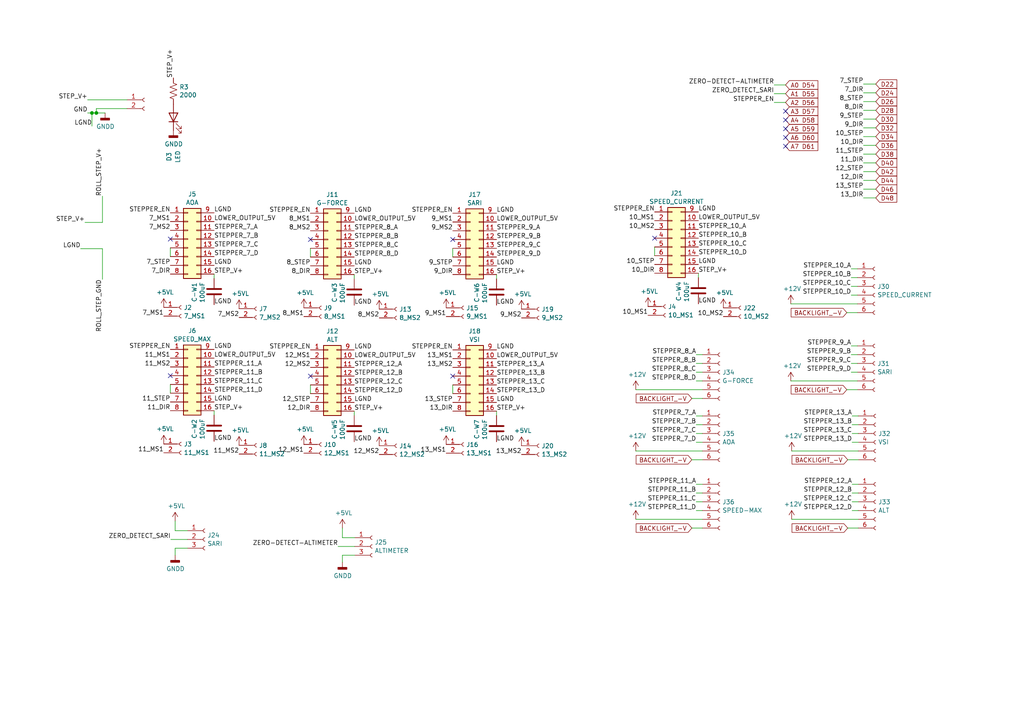
<source format=kicad_sch>
(kicad_sch (version 20231120) (generator "eeschema") (generator_version "8.0")
  (paper "A4")
  (lib_symbols
    (symbol "Conn_02x08_Top_Bottom_1" (pin_names (offset 1.016) hide)
      (property "Reference" "J" (at 1.27 10.16 0))
      (property "Value" "Conn_02x08_Top_Bottom_1" (at 1.27 -12.7 0))
      (symbol "Conn_02x08_Top_Bottom_1_1_1"
        (rectangle (start -1.27 -10.033) (end 0 -10.287) (stroke (width 0.1524)))
        (rectangle (start -1.27 -7.493) (end 0 -7.747) (stroke (width 0.1524)))
        (rectangle (start -1.27 -4.953) (end 0 -5.207) (stroke (width 0.1524)))
        (rectangle (start -1.27 -2.413) (end 0 -2.667) (stroke (width 0.1524)))
        (rectangle (start -1.27 0.127) (end 0 -0.127) (stroke (width 0.1524)))
        (rectangle (start -1.27 2.667) (end 0 2.413) (stroke (width 0.1524)))
        (rectangle (start -1.27 5.207) (end 0 4.953) (stroke (width 0.1524)))
        (rectangle (start -1.27 7.747) (end 0 7.493) (stroke (width 0.1524)))
        (rectangle (start -1.27 8.89) (end 3.81 -11.43) (stroke (width 0.254)) (fill (type background)))
        (rectangle (start 3.81 -10.033) (end 2.54 -10.287) (stroke (width 0.1524)))
        (rectangle (start 3.81 -7.493) (end 2.54 -7.747) (stroke (width 0.1524)))
        (rectangle (start 3.81 -4.953) (end 2.54 -5.207) (stroke (width 0.1524)))
        (rectangle (start 3.81 -2.413) (end 2.54 -2.667) (stroke (width 0.1524)))
        (rectangle (start 3.81 0.127) (end 2.54 -0.127) (stroke (width 0.1524)))
        (rectangle (start 3.81 2.667) (end 2.54 2.413) (stroke (width 0.1524)))
        (rectangle (start 3.81 5.207) (end 2.54 4.953) (stroke (width 0.1524)))
        (rectangle (start 3.81 7.747) (end 2.54 7.493) (stroke (width 0.1524)))
        (pin passive line (at -5.08 7.62 0) (length 3.81) (name "Pin_1") (number "1"))
        (pin passive line (at 7.62 5.08 180) (length 3.81) (name "Pin_10") (number "10"))
        (pin passive line (at 7.62 2.54 180) (length 3.81) (name "Pin_11") (number "11"))
        (pin passive line (at 7.62 0 180) (length 3.81) (name "Pin_12") (number "12"))
        (pin passive line (at 7.62 -2.54 180) (length 3.81) (name "Pin_13") (number "13"))
        (pin passive line (at 7.62 -5.08 180) (length 3.81) (name "Pin_14") (number "14"))
        (pin passive line (at 7.62 -7.62 180) (length 3.81) (name "Pin_15") (number "15"))
        (pin passive line (at 7.62 -10.16 180) (length 3.81) (name "Pin_16") (number "16"))
        (pin passive line (at -5.08 5.08 0) (length 3.81) (name "Pin_2") (number "2"))
        (pin passive line (at -5.08 2.54 0) (length 3.81) (name "Pin_3") (number "3"))
        (pin passive line (at -5.08 0 0) (length 3.81) (name "Pin_4") (number "4"))
        (pin passive line (at -5.08 -2.54 0) (length 3.81) (name "Pin_5") (number "5"))
        (pin passive line (at -5.08 -5.08 0) (length 3.81) (name "Pin_6") (number "6"))
        (pin passive line (at -5.08 -7.62 0) (length 3.81) (name "Pin_7") (number "7"))
        (pin passive line (at -5.08 -10.16 0) (length 3.81) (name "Pin_8") (number "8"))
        (pin passive line (at 7.62 7.62 180) (length 3.81) (name "Pin_9") (number "9"))
      )
    )
    (symbol "Connector:Conn_01x02_Female" (pin_names (offset 1.016) hide)
      (property "Reference" "J" (at 0 2.54 0))
      (property "Value" "Conn_01x02_Female" (at 0 -5.08 0))
      (symbol "Conn_01x02_Female_1_1"
        (arc (start 0 -2.032) (mid -0.5058 -2.54) (end 0 -3.048) (stroke (width 0.1524)))
        (polyline (pts (xy -1.27 -2.54) (xy -0.508 -2.54)) (stroke (width 0.1524)))
        (polyline (pts (xy -1.27 0) (xy -0.508 0)) (stroke (width 0.1524)))
        (arc (start 0 0.508) (mid -0.5058 0) (end 0 -0.508) (stroke (width 0.1524)))
        (pin passive line (at -5.08 0 0) (length 3.81) (name "Pin_1") (number "1"))
        (pin passive line (at -5.08 -2.54 0) (length 3.81) (name "Pin_2") (number "2"))
      )
    )
    (symbol "Connector:Conn_01x02_Socket" (pin_names (offset 1.016) hide)
      (property "Reference" "J" (at 0 2.54 0))
      (property "Value" "Conn_01x02_Socket" (at 0 -5.08 0))
      (symbol "Conn_01x02_Socket_1_1"
        (arc (start 0 -2.032) (mid -0.5058 -2.54) (end 0 -3.048) (stroke (width 0.1524)))
        (polyline (pts (xy -1.27 -2.54) (xy -0.508 -2.54)) (stroke (width 0.1524)))
        (polyline (pts (xy -1.27 0) (xy -0.508 0)) (stroke (width 0.1524)))
        (arc (start 0 0.508) (mid -0.5058 0) (end 0 -0.508) (stroke (width 0.1524)))
        (pin passive line (at -5.08 0 0) (length 3.81) (name "Pin_1") (number "1"))
        (pin passive line (at -5.08 -2.54 0) (length 3.81) (name "Pin_2") (number "2"))
      )
    )
    (symbol "Connector:Conn_01x03_Socket" (pin_names (offset 1.016) hide)
      (property "Reference" "J" (at 0 5.08 0))
      (property "Value" "Conn_01x03_Socket" (at 0 -5.08 0))
      (symbol "Conn_01x03_Socket_1_1"
        (arc (start 0 -2.032) (mid -0.5058 -2.54) (end 0 -3.048) (stroke (width 0.1524)))
        (polyline (pts (xy -1.27 -2.54) (xy -0.508 -2.54)) (stroke (width 0.1524)))
        (polyline (pts (xy -1.27 0) (xy -0.508 0)) (stroke (width 0.1524)))
        (polyline (pts (xy -1.27 2.54) (xy -0.508 2.54)) (stroke (width 0.1524)))
        (arc (start 0 0.508) (mid -0.5058 0) (end 0 -0.508) (stroke (width 0.1524)))
        (arc (start 0 3.048) (mid -0.5058 2.54) (end 0 2.032) (stroke (width 0.1524)))
        (pin passive line (at -5.08 2.54 0) (length 3.81) (name "Pin_1") (number "1"))
        (pin passive line (at -5.08 0 0) (length 3.81) (name "Pin_2") (number "2"))
        (pin passive line (at -5.08 -2.54 0) (length 3.81) (name "Pin_3") (number "3"))
      )
    )
    (symbol "Connector:Conn_01x06_Socket" (pin_names (offset 1.016) hide)
      (property "Reference" "J" (at 0 7.62 0))
      (property "Value" "Conn_01x06_Socket" (at 0 -10.16 0))
      (symbol "Conn_01x06_Socket_1_1"
        (arc (start 0 -7.112) (mid -0.5058 -7.62) (end 0 -8.128) (stroke (width 0.1524)))
        (arc (start 0 -4.572) (mid -0.5058 -5.08) (end 0 -5.588) (stroke (width 0.1524)))
        (arc (start 0 -2.032) (mid -0.5058 -2.54) (end 0 -3.048) (stroke (width 0.1524)))
        (polyline (pts (xy -1.27 -7.62) (xy -0.508 -7.62)) (stroke (width 0.1524)))
        (polyline (pts (xy -1.27 -5.08) (xy -0.508 -5.08)) (stroke (width 0.1524)))
        (polyline (pts (xy -1.27 -2.54) (xy -0.508 -2.54)) (stroke (width 0.1524)))
        (polyline (pts (xy -1.27 0) (xy -0.508 0)) (stroke (width 0.1524)))
        (polyline (pts (xy -1.27 2.54) (xy -0.508 2.54)) (stroke (width 0.1524)))
        (polyline (pts (xy -1.27 5.08) (xy -0.508 5.08)) (stroke (width 0.1524)))
        (arc (start 0 0.508) (mid -0.5058 0) (end 0 -0.508) (stroke (width 0.1524)))
        (arc (start 0 3.048) (mid -0.5058 2.54) (end 0 2.032) (stroke (width 0.1524)))
        (arc (start 0 5.588) (mid -0.5058 5.08) (end 0 4.572) (stroke (width 0.1524)))
        (pin passive line (at -5.08 5.08 0) (length 3.81) (name "Pin_1") (number "1"))
        (pin passive line (at -5.08 2.54 0) (length 3.81) (name "Pin_2") (number "2"))
        (pin passive line (at -5.08 0 0) (length 3.81) (name "Pin_3") (number "3"))
        (pin passive line (at -5.08 -2.54 0) (length 3.81) (name "Pin_4") (number "4"))
        (pin passive line (at -5.08 -5.08 0) (length 3.81) (name "Pin_5") (number "5"))
        (pin passive line (at -5.08 -7.62 0) (length 3.81) (name "Pin_6") (number "6"))
      )
    )
    (symbol "Device:C" (pin_numbers hide) (pin_names (offset 0.254))
      (property "Reference" "C" (at 0.635 2.54 0))
      (property "Value" "C" (at 0.635 -2.54 0))
      (symbol "C_0_1"
        (polyline (pts (xy -2.032 -0.762) (xy 2.032 -0.762)) (stroke (width 0.508)))
        (polyline (pts (xy -2.032 0.762) (xy 2.032 0.762)) (stroke (width 0.508)))
      )
      (symbol "C_1_1"
        (pin passive line (at 0 3.81 270) (length 2.794) (name "~") (number "1"))
        (pin passive line (at 0 -3.81 90) (length 2.794) (name "~") (number "2"))
      )
    )
    (symbol "Device:LED" (pin_numbers hide) (pin_names (offset 1.016) hide)
      (property "Reference" "D" (at 0 2.54 0))
      (property "Value" "LED" (at 0 -2.54 0))
      (symbol "LED_0_1"
        (polyline (pts (xy -1.27 -1.27) (xy -1.27 1.27)) (stroke (width 0.254)))
        (polyline (pts (xy -1.27 0) (xy 1.27 0)))
        (polyline (pts (xy 1.27 -1.27) (xy 1.27 1.27) (xy -1.27 0) (xy 1.27 -1.27)) (stroke (width 0.254)))
        (polyline (pts (xy -3.048 -0.762) (xy -4.572 -2.286) (xy -3.81 -2.286) (xy -4.572 -2.286) (xy -4.572 -1.524)))
        (polyline (pts (xy -1.778 -0.762) (xy -3.302 -2.286) (xy -2.54 -2.286) (xy -3.302 -2.286) (xy -3.302 -1.524)))
      )
      (symbol "LED_1_1"
        (pin passive line (at -3.81 0 0) (length 2.54) (name "K") (number "1"))
        (pin passive line (at 3.81 0 180) (length 2.54) (name "A") (number "2"))
      )
    )
    (symbol "Device:R_US" (pin_numbers hide) (pin_names (offset 0))
      (property "Reference" "R" (at 2.54 0 90))
      (property "Value" "R_US" (at -2.54 0 90))
      (symbol "R_US_0_1"
        (polyline (pts (xy 0 -2.286) (xy 0 -2.54)))
        (polyline (pts (xy 0 2.286) (xy 0 2.54)))
        (polyline (pts (xy 0 -0.762) (xy 1.016 -1.143) (xy 0 -1.524) (xy -1.016 -1.905) (xy 0 -2.286)))
        (polyline (pts (xy 0 0.762) (xy 1.016 0.381) (xy 0 0) (xy -1.016 -0.381) (xy 0 -0.762)))
        (polyline (pts (xy 0 2.286) (xy 1.016 1.905) (xy 0 1.524) (xy -1.016 1.143) (xy 0 0.762)))
      )
      (symbol "R_US_1_1"
        (pin passive line (at 0 3.81 270) (length 1.27) (name "~") (number "1"))
        (pin passive line (at 0 -3.81 90) (length 1.27) (name "~") (number "2"))
      )
    )
    (symbol "power:+12V" (power) (pin_names (offset 0))
      (property "Value" "+12V" (at 0 3.556 0))
      (symbol "+12V_0_1"
        (polyline (pts (xy -0.762 1.27) (xy 0 2.54)))
        (polyline (pts (xy 0 0) (xy 0 2.54)))
        (polyline (pts (xy 0 2.54) (xy 0.762 1.27)))
      )
      (symbol "+12V_1_1"
        (pin power_in line (at 0 0 90) (length 0) hide (name "+12V") (number "1"))
      )
    )
    (symbol "power:+5VL" (power) (pin_names (offset 0))
      (property "Value" "+5VL" (at 0 3.556 0))
      (symbol "+5VL_0_1"
        (polyline (pts (xy -0.762 1.27) (xy 0 2.54)))
        (polyline (pts (xy 0 0) (xy 0 2.54)))
        (polyline (pts (xy 0 2.54) (xy 0.762 1.27)))
      )
      (symbol "+5VL_1_1"
        (pin power_in line (at 0 0 90) (length 0) hide (name "+5VL") (number "1"))
      )
    )
    (symbol "power:GNDD" (power) (pin_names (offset 0))
      (property "Value" "GNDD" (at 0 -3.175 0))
      (symbol "GNDD_0_1"
        (rectangle (start -1.27 -1.524) (end 1.27 -2.032) (stroke (width 0.254)) (fill (type outline)))
        (polyline (pts (xy 0 0) (xy 0 -1.524)))
      )
      (symbol "GNDD_1_1"
        (pin power_in line (at 0 0 270) (length 0) hide (name "GNDD") (number "1"))
      )
    )
  )
  (junction (at 27.94 32.766))
  (junction (at 26.67 32.766))
  (no_connect (at 131.318 69.469))
  (no_connect (at 49.403 69.342))
  (no_connect (at 227.838 34.798))
  (no_connect (at 227.838 32.258))
  (no_connect (at 90.043 109.093))
  (no_connect (at 227.838 39.878))
  (no_connect (at 90.043 69.469))
  (no_connect (at 227.838 42.418))
  (no_connect (at 49.403 108.966))
  (no_connect (at 189.865 69.088))
  (no_connect (at 227.838 37.338))
  (no_connect (at 131.318 109.093))
  (wire (pts (xy 50.8 153.924) (xy 54.356 153.924)))
  (wire (pts (xy 250.444 34.544) (xy 254 34.544)))
  (wire (pts (xy 250.444 29.464) (xy 254 29.464)))
  (wire (pts (xy 99.314 153.162) (xy 99.314 155.956)))
  (wire (pts (xy 25.4 32.766) (xy 26.67 32.766)))
  (wire (pts (xy 90.043 72.009) (xy 90.043 74.549)))
  (wire (pts (xy 247.142 143.002) (xy 248.92 143.002)))
  (wire (pts (xy 201.93 128.27) (xy 203.708 128.27)))
  (wire (pts (xy 49.403 71.882) (xy 49.403 74.422)))
  (wire (pts (xy 200.66 115.57) (xy 203.708 115.57)))
  (wire (pts (xy 144.018 119.253) (xy 144.018 120.523)))
  (wire (pts (xy 201.93 123.19) (xy 203.708 123.19)))
  (wire (pts (xy 200.66 153.162) (xy 203.708 153.162)))
  (wire (pts (xy 229.616 130.81) (xy 248.92 130.81)))
  (wire (pts (xy 200.66 133.35) (xy 203.708 133.35)))
  (wire (pts (xy 102.87 161.036) (xy 99.314 161.036)))
  (wire (pts (xy 246.888 107.95) (xy 248.666 107.95)))
  (wire (pts (xy 202.565 79.248) (xy 202.565 80.518)))
  (wire (pts (xy 229.616 150.622) (xy 248.92 150.622)))
  (wire (pts (xy 246.888 100.33) (xy 248.666 100.33)))
  (wire (pts (xy 247.142 148.082) (xy 248.92 148.082)))
  (wire (pts (xy 245.618 113.03) (xy 248.666 113.03)))
  (wire (pts (xy 90.043 111.633) (xy 90.043 114.173)))
  (wire (pts (xy 224.536 27.178) (xy 227.838 27.178)))
  (wire (pts (xy 99.314 155.956) (xy 102.87 155.956)))
  (wire (pts (xy 247.142 123.19) (xy 248.92 123.19)))
  (wire (pts (xy 224.536 29.718) (xy 227.838 29.718)))
  (wire (pts (xy 36.83 31.496) (xy 27.94 31.496)))
  (wire (pts (xy 24.638 64.516) (xy 29.718 64.516)))
  (wire (pts (xy 246.888 83.058) (xy 248.666 83.058)))
  (wire (pts (xy 250.444 42.164) (xy 254 42.164)))
  (wire (pts (xy 54.356 159.004) (xy 50.8 159.004)))
  (wire (pts (xy 50.8 151.13) (xy 50.8 153.924)))
  (wire (pts (xy 201.93 107.95) (xy 203.708 107.95)))
  (wire (pts (xy 50.8 159.004) (xy 50.8 161.036)))
  (wire (pts (xy 201.93 143.002) (xy 203.708 143.002)))
  (wire (pts (xy 201.93 125.73) (xy 203.708 125.73)))
  (wire (pts (xy 102.743 79.629) (xy 102.743 80.899)))
  (wire (pts (xy 247.142 128.27) (xy 248.92 128.27)))
  (wire (pts (xy 29.718 56.896) (xy 29.718 64.516)))
  (wire (pts (xy 250.444 24.384) (xy 254 24.384)))
  (wire (pts (xy 247.142 140.462) (xy 248.92 140.462)))
  (wire (pts (xy 201.93 148.082) (xy 203.708 148.082)))
  (wire (pts (xy 131.318 111.633) (xy 131.318 114.173)))
  (wire (pts (xy 26.67 32.766) (xy 26.67 36.576)))
  (wire (pts (xy 246.888 102.87) (xy 248.666 102.87)))
  (wire (pts (xy 247.142 125.73) (xy 248.92 125.73)))
  (wire (pts (xy 250.444 37.084) (xy 254 37.084)))
  (wire (pts (xy 245.872 133.35) (xy 248.92 133.35)))
  (wire (pts (xy 250.444 47.244) (xy 254 47.244)))
  (wire (pts (xy 247.142 120.65) (xy 248.92 120.65)))
  (wire (pts (xy 250.444 44.704) (xy 254 44.704)))
  (wire (pts (xy 245.872 153.162) (xy 248.92 153.162)))
  (wire (pts (xy 246.888 80.518) (xy 248.666 80.518)))
  (wire (pts (xy 49.403 111.506) (xy 49.403 114.046)))
  (wire (pts (xy 250.444 49.784) (xy 254 49.784)))
  (wire (pts (xy 62.103 119.126) (xy 62.103 120.396)))
  (wire (pts (xy 247.142 145.542) (xy 248.92 145.542)))
  (wire (pts (xy 102.743 119.253) (xy 102.743 120.523)))
  (wire (pts (xy 99.314 161.036) (xy 99.314 163.068)))
  (wire (pts (xy 246.888 85.598) (xy 248.666 85.598)))
  (wire (pts (xy 250.444 52.324) (xy 254 52.324)))
  (wire (pts (xy 23.368 72.136) (xy 29.718 72.136)))
  (wire (pts (xy 201.93 105.41) (xy 203.708 105.41)))
  (wire (pts (xy 201.93 102.87) (xy 203.708 102.87)))
  (wire (pts (xy 250.444 39.624) (xy 254 39.624)))
  (wire (pts (xy 229.362 110.49) (xy 248.666 110.49)))
  (wire (pts (xy 246.888 105.41) (xy 248.666 105.41)))
  (wire (pts (xy 27.94 31.496) (xy 27.94 32.766)))
  (wire (pts (xy 224.536 24.638) (xy 227.838 24.638)))
  (wire (pts (xy 250.444 26.924) (xy 254 26.924)))
  (wire (pts (xy 49.53 156.464) (xy 54.356 156.464)))
  (wire (pts (xy 201.93 145.542) (xy 203.708 145.542)))
  (wire (pts (xy 131.318 72.009) (xy 131.318 74.549)))
  (wire (pts (xy 250.444 32.004) (xy 254 32.004)))
  (wire (pts (xy 184.404 130.81) (xy 203.708 130.81)))
  (wire (pts (xy 184.404 113.03) (xy 203.708 113.03)))
  (wire (pts (xy 250.444 57.404) (xy 254 57.404)))
  (wire (pts (xy 246.888 77.978) (xy 248.666 77.978)))
  (wire (pts (xy 144.018 79.629) (xy 144.018 80.899)))
  (wire (pts (xy 250.444 54.864) (xy 254 54.864)))
  (wire (pts (xy 201.93 120.65) (xy 203.708 120.65)))
  (wire (pts (xy 26.67 32.766) (xy 27.94 32.766)))
  (wire (pts (xy 201.93 140.462) (xy 203.708 140.462)))
  (wire (pts (xy 201.93 110.49) (xy 203.708 110.49)))
  (wire (pts (xy 98.044 158.496) (xy 102.87 158.496)))
  (wire (pts (xy 29.718 81.026) (xy 29.718 72.136)))
  (wire (pts (xy 245.618 90.678) (xy 248.666 90.678)))
  (wire (pts (xy 184.404 150.622) (xy 203.708 150.622)))
  (wire (pts (xy 27.94 32.766) (xy 30.48 32.766)))
  (wire (pts (xy 229.362 88.138) (xy 248.666 88.138)))
  (wire (pts (xy 189.865 71.628) (xy 189.865 74.168)))
  (wire (pts (xy 25.4 28.956) (xy 36.83 28.956)))
  (wire (pts (xy 62.103 79.502) (xy 62.103 80.772)))
  (label "STEPPER_EN" (at 189.865 61.468 180))
  (label "9_MS2" (at 131.318 66.929 180))
  (label "10_STEP" (at 250.444 39.624 180))
  (label "STEP_V+" (at 50.292 22.606 90))
  (label "STEPPER_9_D" (at 246.888 107.95 180))
  (label "STEPPER_7_A" (at 201.93 120.65 180))
  (label "7_MS2" (at 69.342 92.075 180))
  (label "7_STEP" (at 250.444 24.384 180))
  (label "8_MS2" (at 90.043 66.929 180))
  (label "8_DIR" (at 250.444 32.004 180))
  (label "STEPPER_13_A" (at 144.018 106.553 0))
  (label "12_DIR" (at 250.444 52.324 180))
  (label "STEPPER_7_D" (at 201.93 128.27 180))
  (label "13_DIR" (at 131.318 119.253 180))
  (label "11_DIR" (at 250.444 47.244 180))
  (label "LGND" (at 62.103 116.586 0))
  (label "LGND" (at 144.018 77.089 0))
  (label "STEPPER_7_B" (at 201.93 123.19 180))
  (label "LGND" (at 62.103 61.722 0))
  (label "12_MS1" (at 90.043 104.013 180))
  (label "STEPPER_11_A" (at 62.103 106.426 0))
  (label "LGND" (at 26.67 36.576 180))
  (label "8_MS1" (at 88.138 91.821 180))
  (label "STEPPER_9_A" (at 144.018 66.929 0))
  (label "STEPPER_11_A" (at 201.93 140.462 180))
  (label "LOWER_OUTPUT_5V" (at 102.743 104.013 0))
  (label "13_MS1" (at 131.318 104.013 180))
  (label "STEPPER_9_A" (at 246.888 100.33 180))
  (label "7_MS1" (at 47.498 91.694 180))
  (label "STEPPER_8_C" (at 201.93 107.95 180))
  (label "11_MS2" (at 49.403 106.426 180))
  (label "STEP_V+" (at 62.103 119.126 0))
  (label "STEPPER_8_C" (at 102.743 72.009 0))
  (label "7_DIR" (at 49.403 79.502 180))
  (label "STEPPER_12_D" (at 102.743 114.173 0))
  (label "STEPPER_12_C" (at 102.743 111.633 0))
  (label "LGND" (at 202.565 76.708 0))
  (label "7_STEP" (at 49.403 76.962 180))
  (label "11_DIR" (at 49.403 119.126 180))
  (label "STEPPER_8_B" (at 201.93 105.41 180))
  (label "LGND" (at 202.565 61.468 0))
  (label "LGND" (at 144.018 101.473 0))
  (label "STEPPER_8_A" (at 201.93 102.87 180))
  (label "STEP_V+" (at 25.4 28.956 180))
  (label "STEPPER_8_D" (at 102.743 74.549 0))
  (label "STEPPER_12_D" (at 247.142 148.082 180))
  (label "9_STEP" (at 250.444 34.544 180))
  (label "STEPPER_10_B" (at 246.888 80.518 180))
  (label "LOWER_OUTPUT_5V" (at 62.103 103.886 0))
  (label "LGND" (at 102.743 116.713 0))
  (label "STEPPER_9_C" (at 246.888 105.41 180))
  (label "13_STEP" (at 250.444 54.864 180))
  (label "13_MS2" (at 131.318 106.553 180))
  (label "8_DIR" (at 90.043 79.629 180))
  (label "11_STEP" (at 250.444 44.704 180))
  (label "8_MS1" (at 90.043 64.389 180))
  (label "STEPPER_10_D" (at 202.565 74.168 0))
  (label "LGND" (at 144.018 128.143 0))
  (label "STEPPER_11_C" (at 201.93 145.542 180))
  (label "LGND" (at 102.743 88.519 0))
  (label "7_DIR" (at 250.444 26.924 180))
  (label "LOWER_OUTPUT_5V" (at 62.103 64.262 0))
  (label "13_DIR" (at 250.444 57.404 180))
  (label "STEP_V+" (at 202.565 79.248 0))
  (label "STEPPER_9_D" (at 144.018 74.549 0))
  (label "LOWER_OUTPUT_5V" (at 102.743 64.389 0))
  (label "STEPPER_7_C" (at 201.93 125.73 180))
  (label "STEP_V+" (at 102.743 79.629 0))
  (label "9_MS1" (at 129.413 91.821 180))
  (label "ZERO-DETECT-ALTIMETER" (at 98.044 158.496 180))
  (label "9_MS1" (at 131.318 64.389 180))
  (label "LGND" (at 144.018 116.713 0))
  (label "8_STEP" (at 250.444 29.464 180))
  (label "ROLL_STEP_GND" (at 29.718 81.026 270))
  (label "LGND" (at 62.103 128.016 0))
  (label "STEPPER_11_D" (at 201.93 148.082 180))
  (label "STEPPER_9_C" (at 144.018 72.009 0))
  (label "13_MS2" (at 151.257 131.826 180))
  (label "11_MS2" (at 69.342 131.699 180))
  (label "STEPPER_8_D" (at 201.93 110.49 180))
  (label "STEPPER_10_B" (at 202.565 69.088 0))
  (label "12_MS2" (at 90.043 106.553 180))
  (label "STEPPER_13_A" (at 247.142 120.65 180))
  (label "LGND" (at 102.743 77.089 0))
  (label "STEPPER_EN" (at 49.403 61.722 180))
  (label "LGND" (at 102.743 101.473 0))
  (label "STEPPER_8_A" (at 102.743 66.929 0))
  (label "STEPPER_EN" (at 131.318 101.473 180))
  (label "STEPPER_7_D" (at 62.103 74.422 0))
  (label "STEPPER_13_B" (at 144.018 109.093 0))
  (label "7_MS1" (at 49.403 64.262 180))
  (label "10_MS2" (at 209.804 91.821 180))
  (label "STEPPER_EN" (at 90.043 101.473 180))
  (label "10_STEP" (at 189.865 76.708 180))
  (label "STEPPER_EN" (at 90.043 61.849 180))
  (label "LGND" (at 23.368 72.136 180))
  (label "STEPPER_12_C" (at 247.142 145.542 180))
  (label "STEPPER_7_A" (at 62.103 66.802 0))
  (label "STEPPER_10_A" (at 202.565 66.548 0))
  (label "10_MS1" (at 189.865 64.008 180))
  (label "LOWER_OUTPUT_5V" (at 144.018 64.389 0))
  (label "9_DIR" (at 250.444 37.084 180))
  (label "STEP_V+" (at 24.638 64.516 180))
  (label "LGND" (at 62.103 101.346 0))
  (label "STEPPER_13_C" (at 247.142 125.73 180))
  (label "12_MS2" (at 109.982 131.826 180))
  (label "9_STEP" (at 131.318 77.089 180))
  (label "STEPPER_13_B" (at 247.142 123.19 180))
  (label "STEPPER_11_B" (at 62.103 108.966 0))
  (label "9_DIR" (at 131.318 79.629 180))
  (label "STEPPER_11_C" (at 62.103 111.506 0))
  (label "8_MS2" (at 109.982 92.202 180))
  (label "11_STEP" (at 49.403 116.586 180))
  (label "10_DIR" (at 189.865 79.248 180))
  (label "STEPPER_13_C" (at 144.018 111.633 0))
  (label "10_MS1" (at 187.96 91.44 180))
  (label "STEPPER_10_C" (at 202.565 71.628 0))
  (label "LOWER_OUTPUT_5V" (at 202.565 64.008 0))
  (label "LGND" (at 144.018 61.849 0))
  (label "GND" (at 25.4 32.766 180))
  (label "STEPPER_12_A" (at 247.142 140.462 180))
  (label "13_STEP" (at 131.318 116.713 180))
  (label "12_MS1" (at 88.138 131.445 180))
  (label "STEPPER_EN" (at 224.536 29.718 180))
  (label "STEPPER_9_B" (at 144.018 69.469 0))
  (label "STEPPER_7_C" (at 62.103 71.882 0))
  (label "STEPPER_EN" (at 49.403 101.346 180))
  (label "LOWER_OUTPUT_5V" (at 144.018 104.013 0))
  (label "STEPPER_12_B" (at 247.142 143.002 180))
  (label "ZERO-DETECT-ALTIMETER" (at 224.536 24.638 180))
  (label "STEPPER_12_A" (at 102.743 106.553 0))
  (label "STEPPER_9_B" (at 246.888 102.87 180))
  (label "11_MS1" (at 47.498 131.318 180))
  (label "LGND" (at 102.743 128.143 0))
  (label "STEPPER_10_C" (at 246.888 83.058 180))
  (label "ROLL_STEP_V+" (at 29.718 56.896 90))
  (label "STEPPER_11_D" (at 62.103 114.046 0))
  (label "12_STEP" (at 90.043 116.713 180))
  (label "LGND" (at 202.565 88.138 0))
  (label "LGND" (at 102.743 61.849 0))
  (label "STEPPER_11_B" (at 201.93 143.002 180))
  (label "LGND" (at 144.018 88.519 0))
  (label "STEPPER_10_A" (at 246.888 77.978 180))
  (label "9_MS2" (at 151.257 92.202 180))
  (label "10_MS2" (at 189.865 66.548 180))
  (label "ZERO_DETECT_SARI" (at 49.53 156.464 180))
  (label "12_STEP" (at 250.444 49.784 180))
  (label "8_STEP" (at 90.043 77.089 180))
  (label "STEPPER_8_B" (at 102.743 69.469 0))
  (label "STEP_V+" (at 62.103 79.502 0))
  (label "11_MS1" (at 49.403 103.886 180))
  (label "7_MS2" (at 49.403 66.802 180))
  (label "STEPPER_13_D" (at 247.142 128.27 180))
  (label "STEPPER_12_B" (at 102.743 109.093 0))
  (label "STEP_V+" (at 102.743 119.253 0))
  (label "LGND" (at 62.103 88.392 0))
  (label "STEPPER_13_D" (at 144.018 114.173 0))
  (label "STEP_V+" (at 144.018 79.629 0))
  (label "STEPPER_EN" (at 131.318 61.849 180))
  (label "STEP_V+" (at 144.018 119.253 0))
  (label "STEPPER_7_B" (at 62.103 69.342 0))
  (label "12_DIR" (at 90.043 119.253 180))
  (label "LGND" (at 62.103 76.962 0))
  (label "STEPPER_10_D" (at 246.888 85.598 180))
  (label "13_MS1" (at 129.413 131.445 180))
  (label "ZERO_DETECT_SARI" (at 224.536 27.178 180))
  (label "10_DIR" (at 250.444 42.164 180))
  (global_label "D44" (shape input) (at 254 52.324 0) (property "Intersheetrefs" "${INTERSHEET_REFS}" (effects (hide yes))))
  (global_label "BACKLIGHT_-V" (shape input) (at 245.872 133.35 180) (property "Intersheetrefs" "${INTERSHEET_REFS}" (effects (hide yes))))
  (global_label "A6 D60" (shape input) (at 227.838 39.878 0) (property "Intersheetrefs" "${INTERSHEET_REFS}" (effects (hide yes))))
  (global_label "A4 D58" (shape input) (at 227.838 34.798 0) (property "Intersheetrefs" "${INTERSHEET_REFS}" (effects (hide yes))))
  (global_label "D30" (shape input) (at 254 34.544 0) (property "Intersheetrefs" "${INTERSHEET_REFS}" (effects (hide yes))))
  (global_label "D48" (shape input) (at 254 57.404 0) (property "Intersheetrefs" "${INTERSHEET_REFS}" (effects (hide yes))))
  (global_label "BACKLIGHT_-V" (shape input) (at 245.618 90.678 180) (property "Intersheetrefs" "${INTERSHEET_REFS}" (effects (hide yes))))
  (global_label "BACKLIGHT_-V" (shape input) (at 200.66 115.57 180) (property "Intersheetrefs" "${INTERSHEET_REFS}" (effects (hide yes))))
  (global_label "D38" (shape input) (at 254 44.704 0) (property "Intersheetrefs" "${INTERSHEET_REFS}" (effects (hide yes))))
  (global_label "A5 D59" (shape input) (at 227.838 37.338 0) (property "Intersheetrefs" "${INTERSHEET_REFS}" (effects (hide yes))))
  (global_label "D34" (shape input) (at 254 39.624 0) (property "Intersheetrefs" "${INTERSHEET_REFS}" (effects (hide yes))))
  (global_label "BACKLIGHT_-V" (shape input) (at 200.66 153.162 180) (property "Intersheetrefs" "${INTERSHEET_REFS}" (effects (hide yes))))
  (global_label "A3 D57" (shape input) (at 227.838 32.258 0) (property "Intersheetrefs" "${INTERSHEET_REFS}" (effects (hide yes))))
  (global_label "D42" (shape input) (at 254 49.784 0) (property "Intersheetrefs" "${INTERSHEET_REFS}" (effects (hide yes))))
  (global_label "D32" (shape input) (at 254 37.084 0) (property "Intersheetrefs" "${INTERSHEET_REFS}" (effects (hide yes))))
  (global_label "BACKLIGHT_-V" (shape input) (at 245.872 153.162 180) (property "Intersheetrefs" "${INTERSHEET_REFS}" (effects (hide yes))))
  (global_label "D22" (shape input) (at 254 24.384 0) (property "Intersheetrefs" "${INTERSHEET_REFS}" (effects (hide yes))))
  (global_label "BACKLIGHT_-V" (shape input) (at 245.618 113.03 180) (property "Intersheetrefs" "${INTERSHEET_REFS}" (effects (hide yes))))
  (global_label "A1 D55" (shape input) (at 227.838 27.178 0) (property "Intersheetrefs" "${INTERSHEET_REFS}" (effects (hide yes))))
  (global_label "A2 D56" (shape input) (at 227.838 29.718 0) (property "Intersheetrefs" "${INTERSHEET_REFS}" (effects (hide yes))))
  (global_label "D24" (shape input) (at 254 26.924 0) (property "Intersheetrefs" "${INTERSHEET_REFS}" (effects (hide yes))))
  (global_label "D46" (shape input) (at 254 54.864 0) (property "Intersheetrefs" "${INTERSHEET_REFS}" (effects (hide yes))))
  (global_label "D36" (shape input) (at 254 42.164 0) (property "Intersheetrefs" "${INTERSHEET_REFS}" (effects (hide yes))))
  (global_label "A0 D54" (shape input) (at 227.838 24.638 0) (property "Intersheetrefs" "${INTERSHEET_REFS}" (effects (hide yes))))
  (global_label "BACKLIGHT_-V" (shape input) (at 200.66 133.35 180) (property "Intersheetrefs" "${INTERSHEET_REFS}" (effects (hide yes))))
  (global_label "D40" (shape input) (at 254 47.244 0) (property "Intersheetrefs" "${INTERSHEET_REFS}" (effects (hide yes))))
  (global_label "D28" (shape input) (at 254 32.004 0) (property "Intersheetrefs" "${INTERSHEET_REFS}" (effects (hide yes))))
  (global_label "D26" (shape input) (at 254 29.464 0) (property "Intersheetrefs" "${INTERSHEET_REFS}" (effects (hide yes))))
  (global_label "A7 D61" (shape input) (at 227.838 42.418 0) (property "Intersheetrefs" "${INTERSHEET_REFS}" (effects (hide yes))))
  (symbol (lib_id "Connector:Conn_01x06_Socket") (at 254 125.73 0) (unit 1)
    (property "Reference" "J32" (at 254.7112 125.7878 0) (effects (justify left)))
    (property "Value" "VSI" (at 254.7112 128.2121 0) (effects (justify left)))
    (property "Description" "Generic connector, single row, 01x06, script generated" (effects (hide yes)))
  )
  (symbol (lib_id "power:GNDD") (at 30.48 32.766 0) (unit 1)
    (property "Reference" "#PWR04" (effects (hide yes)))
    (property "Value" "GNDD" (at 30.5816 36.703 0))
  )
  (symbol (lib_name "Conn_02x08_Top_Bottom_1") (lib_id "Connector_Generic:Conn_02x08_Top_Bottom") (at 136.398 109.093 0) (unit 1)
    (property "Reference" "J18" (at 137.668 96.0585 0))
    (property "Value" "VSI" (at 137.668 98.4828 0))
    (property "Footprint" "Module:Pololu_Breakout-16_15.2x20.3mm" (effects (hide yes)))
  )
  (symbol (lib_name "Conn_02x08_Top_Bottom_1") (lib_id "Connector_Generic:Conn_02x08_Top_Bottom") (at 194.945 69.088 0) (unit 1)
    (property "Reference" "J21" (at 196.215 56.0537 0))
    (property "Value" "SPEED_CURRENT" (at 196.215 58.4779 0))
    (property "Footprint" "Module:Pololu_Breakout-16_15.2x20.3mm" (effects (hide yes)))
  )
  (symbol (lib_id "Connector:Conn_01x02_Socket") (at 134.493 128.905 0) (unit 1)
    (property "Reference" "J16" (at 135.2042 128.9629 0) (effects (justify left)))
    (property "Value" "13_MS1" (at 135.2042 131.3871 0) (effects (justify left)))
    (property "Footprint" "Connector_PinHeader_2.54mm:PinHeader_1x02_P2.54mm_Vertical" (effects (hide yes)))
  )
  (symbol (lib_id "power:+5VL") (at 69.342 89.535 0) (unit 1)
    (property "Reference" "#PWR017" (effects (hide yes)))
    (property "Value" "+5VL" (at 69.723 85.1408 0))
  )
  (symbol (lib_id "power:+5VL") (at 109.982 129.286 0) (unit 1)
    (property "Reference" "#PWR022" (effects (hide yes)))
    (property "Value" "+5VL" (at 110.363 124.8918 0))
  )
  (symbol (lib_id "Connector:Conn_01x06_Socket") (at 208.788 125.73 0) (unit 1)
    (property "Reference" "J35" (at 209.4992 125.7878 0) (effects (justify left)))
    (property "Value" "AOA" (at 209.4992 128.2121 0) (effects (justify left)))
    (property "Description" "Generic connector, single row, 01x06, script generated" (effects (hide yes)))
  )
  (symbol (lib_id "power:+5VL") (at 47.498 89.154 0) (unit 1)
    (property "Reference" "#PWR07" (effects (hide yes)))
    (property "Value" "+5VL" (at 47.879 84.7598 0))
  )
  (symbol (lib_id "Connector:Conn_01x02_Socket") (at 74.422 89.535 0) (unit 1)
    (property "Reference" "J7" (at 75.1332 89.5929 0) (effects (justify left)))
    (property "Value" "7_MS2" (at 75.1332 92.0171 0) (effects (justify left)))
    (property "Footprint" "Connector_PinHeader_2.54mm:PinHeader_1x02_P2.54mm_Vertical" (effects (hide yes)))
  )
  (symbol (lib_id "power:+12V") (at 229.616 130.81 0) (unit 1)
    (property "Reference" "#PWR042" (effects (hide yes)))
    (property "Value" "+12V" (at 229.997 126.4158 0))
  )
  (symbol (lib_id "Connector:Conn_01x02_Socket") (at 52.578 128.778 0) (unit 1)
    (property "Reference" "J3" (at 53.2892 128.8359 0) (effects (justify left)))
    (property "Value" "11_MS1" (at 53.2892 131.2601 0) (effects (justify left)))
    (property "Footprint" "Connector_PinHeader_2.54mm:PinHeader_1x02_P2.54mm_Vertical" (effects (hide yes)))
  )
  (symbol (lib_id "Device:C") (at 144.018 124.333 0) (unit 1)
    (property "Reference" "C-W7" (at 138.303 127.381 90) (effects (justify left)))
    (property "Value" "100uF" (at 140.589 127.635 90) (effects (justify left)))
    (property "Footprint" "Capacitor_THT:C_Radial_D8.0mm_H7.0mm_P3.50mm" (effects (hide yes)))
  )
  (symbol (lib_id "Connector:Conn_01x02_Socket") (at 134.493 89.281 0) (unit 1)
    (property "Reference" "J15" (at 135.2042 89.3389 0) (effects (justify left)))
    (property "Value" "9_MS1" (at 135.2042 91.7631 0) (effects (justify left)))
    (property "Footprint" "Connector_PinHeader_2.54mm:PinHeader_1x02_P2.54mm_Vertical" (effects (hide yes)))
  )
  (symbol (lib_id "Device:C") (at 62.103 84.582 0) (unit 1)
    (property "Reference" "C-W1" (at 56.388 87.63 90) (effects (justify left)))
    (property "Value" "100uF" (at 58.674 87.884 90) (effects (justify left)))
    (property "Footprint" "Capacitor_THT:C_Radial_D8.0mm_H7.0mm_P3.50mm" (effects (hide yes)))
  )
  (symbol (lib_id "Device:C") (at 102.743 84.709 0) (unit 1)
    (property "Reference" "C-W3" (at 97.028 87.757 90) (effects (justify left)))
    (property "Value" "100uF" (at 99.314 88.011 90) (effects (justify left)))
    (property "Footprint" "Capacitor_THT:C_Radial_D8.0mm_H7.0mm_P3.50mm" (effects (hide yes)))
  )
  (symbol (lib_id "Connector:Conn_01x02_Socket") (at 193.04 88.9 0) (unit 1)
    (property "Reference" "J4" (at 193.7512 88.9579 0) (effects (justify left)))
    (property "Value" "10_MS1" (at 193.7512 91.3821 0) (effects (justify left)))
    (property "Footprint" "Connector_PinHeader_2.54mm:PinHeader_1x02_P2.54mm_Vertical" (effects (hide yes)))
  )
  (symbol (lib_id "power:+5VL") (at 69.342 129.159 0) (unit 1)
    (property "Reference" "#PWR018" (effects (hide yes)))
    (property "Value" "+5VL" (at 69.723 124.7648 0))
  )
  (symbol (lib_id "power:+12V") (at 229.362 110.49 0) (unit 1)
    (property "Reference" "#PWR041" (effects (hide yes)))
    (property "Value" "+12V" (at 229.743 106.0958 0))
  )
  (symbol (lib_id "Device:C") (at 202.565 84.328 0) (unit 1)
    (property "Reference" "C-W4" (at 196.85 87.376 90) (effects (justify left)))
    (property "Value" "100uF" (at 199.136 87.63 90) (effects (justify left)))
    (property "Footprint" "Capacitor_THT:C_Radial_D8.0mm_H7.0mm_P3.50mm" (effects (hide yes)))
  )
  (symbol (lib_id "Connector:Conn_01x02_Socket") (at 156.337 89.662 0) (unit 1)
    (property "Reference" "J19" (at 157.0482 89.7199 0) (effects (justify left)))
    (property "Value" "9_MS2" (at 157.0482 92.1441 0) (effects (justify left)))
    (property "Footprint" "Connector_PinHeader_2.54mm:PinHeader_1x02_P2.54mm_Vertical" (effects (hide yes)))
  )
  (symbol (lib_id "Device:R_US") (at 50.292 26.416 0) (unit 1)
    (property "Reference" "R3" (at 52.0192 25.2476 0) (effects (justify left)))
    (property "Value" "2000" (at 52.0192 27.559 0) (effects (justify left)))
    (property "Footprint" "Resistor_THT:R_Axial_DIN0204_L3.6mm_D1.6mm_P2.54mm_Vertical" (effects (hide yes)))
  )
  (symbol (lib_id "Device:C") (at 144.018 84.709 0) (unit 1)
    (property "Reference" "C-W6" (at 138.303 87.757 90) (effects (justify left)))
    (property "Value" "100uF" (at 140.589 88.011 90) (effects (justify left)))
    (property "Footprint" "Capacitor_THT:C_Radial_D8.0mm_H7.0mm_P3.50mm" (effects (hide yes)))
  )
  (symbol (lib_id "Device:LED") (at 50.292 34.036 90) (unit 1)
    (property "Reference" "D3" (at 49.022 45.466 0))
    (property "Value" "LED" (at 51.562 45.466 0))
    (property "Footprint" "LED_THT:LED_D3.0mm" (effects (hide yes)))
  )
  (symbol (lib_id "power:+5VL") (at 47.498 128.778 0) (unit 1)
    (property "Reference" "#PWR08" (effects (hide yes)))
    (property "Value" "+5VL" (at 47.879 124.3838 0))
  )
  (symbol (lib_id "Connector:Conn_01x03_Socket") (at 59.436 156.464 0) (unit 1)
    (property "Reference" "J24" (at 60.1472 155.2518 0) (effects (justify left)))
    (property "Value" "SARI" (at 60.1472 157.6761 0) (effects (justify left)))
    (property "Footprint" "Connector_Molex:Molex_KK-254_AE-6410-03A_1x03_P2.54mm_Vertical" (effects (hide yes)))
  )
  (symbol (lib_id "power:+5VL") (at 99.314 153.162 0) (unit 1)
    (property "Reference" "#PWR032" (effects (hide yes)))
    (property "Value" "+5VL" (at 99.695 148.7678 0))
  )
  (symbol (lib_name "Conn_02x08_Top_Bottom_1") (lib_id "Connector_Generic:Conn_02x08_Top_Bottom") (at 95.123 69.469 0) (unit 1)
    (property "Reference" "J11" (at 96.393 56.4345 0))
    (property "Value" "G-FORCE" (at 96.393 58.8588 0))
    (property "Footprint" "Module:Pololu_Breakout-16_15.2x20.3mm" (effects (hide yes)))
  )
  (symbol (lib_id "Connector:Conn_01x02_Socket") (at 214.884 89.281 0) (unit 1)
    (property "Reference" "J22" (at 215.5952 89.3389 0) (effects (justify left)))
    (property "Value" "10_MS2" (at 215.5952 91.7631 0) (effects (justify left)))
    (property "Footprint" "Connector_PinHeader_2.54mm:PinHeader_1x02_P2.54mm_Vertical" (effects (hide yes)))
  )
  (symbol (lib_id "power:+12V") (at 229.616 150.622 0) (unit 1)
    (property "Reference" "#PWR043" (effects (hide yes)))
    (property "Value" "+12V" (at 229.997 146.2278 0))
  )
  (symbol (lib_id "power:+5VL") (at 151.257 89.662 0) (unit 1)
    (property "Reference" "#PWR027" (effects (hide yes)))
    (property "Value" "+5VL" (at 151.638 85.2678 0))
  )
  (symbol (lib_id "Connector:Conn_01x02_Socket") (at 52.578 89.154 0) (unit 1)
    (property "Reference" "J2" (at 53.2892 89.2119 0) (effects (justify left)))
    (property "Value" "7_MS1" (at 53.2892 91.6361 0) (effects (justify left)))
    (property "Footprint" "Connector_PinHeader_2.54mm:PinHeader_1x02_P2.54mm_Vertical" (effects (hide yes)))
  )
  (symbol (lib_id "power:+5VL") (at 129.413 89.281 0) (unit 1)
    (property "Reference" "#PWR023" (effects (hide yes)))
    (property "Value" "+5VL" (at 129.794 84.8868 0))
  )
  (symbol (lib_id "power:+12V") (at 229.362 88.138 0) (unit 1)
    (property "Reference" "#PWR040" (effects (hide yes)))
    (property "Value" "+12V" (at 229.743 83.7438 0))
  )
  (symbol (lib_id "Connector:Conn_01x06_Socket") (at 254 145.542 0) (unit 1)
    (property "Reference" "J33" (at 254.7112 145.5998 0) (effects (justify left)))
    (property "Value" "ALT" (at 254.7112 148.0241 0) (effects (justify left)))
    (property "Description" "Generic connector, single row, 01x06, script generated" (effects (hide yes)))
  )
  (symbol (lib_name "Conn_02x08_Top_Bottom_1") (lib_id "Connector_Generic:Conn_02x08_Top_Bottom") (at 95.123 109.093 0) (unit 1)
    (property "Reference" "J12" (at 96.393 96.0585 0))
    (property "Value" "ALT" (at 96.393 98.4828 0))
    (property "Footprint" "Module:Pololu_Breakout-16_15.2x20.3mm" (effects (hide yes)))
  )
  (symbol (lib_id "power:+5VL") (at 151.257 129.286 0) (unit 1)
    (property "Reference" "#PWR028" (effects (hide yes)))
    (property "Value" "+5VL" (at 151.638 124.8918 0))
  )
  (symbol (lib_id "Connector:Conn_01x02_Socket") (at 74.422 129.159 0) (unit 1)
    (property "Reference" "J8" (at 75.1332 129.2169 0) (effects (justify left)))
    (property "Value" "11_MS2" (at 75.1332 131.6411 0) (effects (justify left)))
    (property "Footprint" "Connector_PinHeader_2.54mm:PinHeader_1x02_P2.54mm_Vertical" (effects (hide yes)))
  )
  (symbol (lib_id "power:+5VL") (at 109.982 89.662 0) (unit 1)
    (property "Reference" "#PWR021" (effects (hide yes)))
    (property "Value" "+5VL" (at 110.363 85.2678 0))
  )
  (symbol (lib_id "power:+12V") (at 184.404 130.81 0) (unit 1)
    (property "Reference" "#PWR049" (effects (hide yes)))
    (property "Value" "+12V" (at 184.785 126.4158 0))
  )
  (symbol (lib_id "Connector:Conn_01x02_Socket") (at 156.337 129.286 0) (unit 1)
    (property "Reference" "J20" (at 157.0482 129.3439 0) (effects (justify left)))
    (property "Value" "13_MS2" (at 157.0482 131.7681 0) (effects (justify left)))
    (property "Footprint" "Connector_PinHeader_2.54mm:PinHeader_1x02_P2.54mm_Vertical" (effects (hide yes)))
  )
  (symbol (lib_id "power:+12V") (at 184.404 113.03 0) (unit 1)
    (property "Reference" "#PWR047" (effects (hide yes)))
    (property "Value" "+12V" (at 184.785 108.6358 0))
  )
  (symbol (lib_id "Connector:Conn_01x06_Socket") (at 208.788 145.542 0) (unit 1)
    (property "Reference" "J36" (at 209.4992 145.5998 0) (effects (justify left)))
    (property "Value" "SPEED-MAX" (at 209.4992 148.0241 0) (effects (justify left)))
    (property "Description" "Generic connector, single row, 01x06, script generated" (effects (hide yes)))
  )
  (symbol (lib_name "Conn_02x08_Top_Bottom_1") (lib_id "Connector_Generic:Conn_02x08_Top_Bottom") (at 54.483 108.966 0) (unit 1)
    (property "Reference" "J6" (at 55.753 95.9315 0))
    (property "Value" "SPEED_MAX" (at 55.753 98.3558 0))
    (property "Footprint" "Module:Pololu_Breakout-16_15.2x20.3mm" (effects (hide yes)))
  )
  (symbol (lib_id "power:+5VL") (at 88.138 128.905 0) (unit 1)
    (property "Reference" "#PWR020" (effects (hide yes)))
    (property "Value" "+5VL" (at 88.519 124.5108 0))
  )
  (symbol (lib_id "Connector:Conn_01x06_Socket") (at 208.788 107.95 0) (unit 1)
    (property "Reference" "J34" (at 209.4992 108.0078 0) (effects (justify left)))
    (property "Value" "G-FORCE" (at 209.4992 110.4321 0) (effects (justify left)))
    (property "Description" "Generic connector, single row, 01x06, script generated" (effects (hide yes)))
  )
  (symbol (lib_id "Connector:Conn_01x02_Socket") (at 115.062 129.286 0) (unit 1)
    (property "Reference" "J14" (at 115.7732 129.3439 0) (effects (justify left)))
    (property "Value" "12_MS2" (at 115.7732 131.7681 0) (effects (justify left)))
    (property "Footprint" "Connector_PinHeader_2.54mm:PinHeader_1x02_P2.54mm_Vertical" (effects (hide yes)))
  )
  (symbol (lib_id "power:+5VL") (at 209.804 89.281 0) (unit 1)
    (property "Reference" "#PWR025" (effects (hide yes)))
    (property "Value" "+5VL" (at 210.185 84.8868 0))
  )
  (symbol (lib_id "power:+12V") (at 184.404 150.622 0) (unit 1)
    (property "Reference" "#PWR050" (effects (hide yes)))
    (property "Value" "+12V" (at 184.785 146.2278 0))
  )
  (symbol (lib_id "Device:C") (at 102.743 124.333 0) (unit 1)
    (property "Reference" "C-W5" (at 97.028 127.381 90) (effects (justify left)))
    (property "Value" "100uF" (at 99.314 127.635 90) (effects (justify left)))
    (property "Footprint" "Capacitor_THT:C_Radial_D8.0mm_H7.0mm_P3.50mm" (effects (hide yes)))
  )
  (symbol (lib_name "Conn_02x08_Top_Bottom_1") (lib_id "Connector_Generic:Conn_02x08_Top_Bottom") (at 54.483 69.342 0) (unit 1)
    (property "Reference" "J5" (at 55.753 56.3075 0))
    (property "Value" "AOA" (at 55.753 58.7318 0))
    (property "Footprint" "Module:Pololu_Breakout-16_15.2x20.3mm" (effects (hide yes)))
  )
  (symbol (lib_id "Connector:Conn_01x06_Socket") (at 253.746 83.058 0) (unit 1)
    (property "Reference" "J30" (at 254.4572 83.1158 0) (effects (justify left)))
    (property "Value" "SPEED_CURRENT" (at 254.4572 85.5401 0) (effects (justify left)))
    (property "Description" "Generic connector, single row, 01x06, script generated" (effects (hide yes)))
  )
  (symbol (lib_id "power:GNDD") (at 50.292 37.846 0) (unit 1)
    (property "Reference" "#PWR06" (effects (hide yes)))
    (property "Value" "GNDD" (at 50.3936 41.783 0))
  )
  (symbol (lib_id "Connector:Conn_01x06_Socket") (at 253.746 105.41 0) (unit 1)
    (property "Reference" "J31" (at 254.4572 105.4678 0) (effects (justify left)))
    (property "Value" "SARI" (at 254.4572 107.8921 0) (effects (justify left)))
    (property "Description" "Generic connector, single row, 01x06, script generated" (effects (hide yes)))
  )
  (symbol (lib_id "power:+5VL") (at 88.138 89.281 0) (unit 1)
    (property "Reference" "#PWR019" (effects (hide yes)))
    (property "Value" "+5VL" (at 88.519 84.8868 0))
  )
  (symbol (lib_id "Device:C") (at 62.103 124.206 0) (unit 1)
    (property "Reference" "C-W2" (at 56.388 127.254 90) (effects (justify left)))
    (property "Value" "100uF" (at 58.674 127.508 90) (effects (justify left)))
    (property "Footprint" "Capacitor_THT:C_Radial_D8.0mm_H7.0mm_P3.50mm" (effects (hide yes)))
  )
  (symbol (lib_id "power:GNDD") (at 50.8 161.036 0) (unit 1)
    (property "Reference" "#PWR031" (effects (hide yes)))
    (property "Value" "GNDD" (at 50.9016 164.973 0))
  )
  (symbol (lib_id "Connector:Conn_01x02_Socket") (at 93.218 128.905 0) (unit 1)
    (property "Reference" "J10" (at 93.9292 128.9629 0) (effects (justify left)))
    (property "Value" "12_MS1" (at 93.9292 131.3871 0) (effects (justify left)))
    (property "Footprint" "Connector_PinHeader_2.54mm:PinHeader_1x02_P2.54mm_Vertical" (effects (hide yes)))
  )
  (symbol (lib_id "Connector:Conn_01x02_Socket") (at 115.062 89.662 0) (unit 1)
    (property "Reference" "J13" (at 115.7732 89.7199 0) (effects (justify left)))
    (property "Value" "8_MS2" (at 115.7732 92.1441 0) (effects (justify left)))
    (property "Footprint" "Connector_PinHeader_2.54mm:PinHeader_1x02_P2.54mm_Vertical" (effects (hide yes)))
  )
  (symbol (lib_id "power:+5VL") (at 129.413 128.905 0) (unit 1)
    (property "Reference" "#PWR024" (effects (hide yes)))
    (property "Value" "+5VL" (at 129.794 124.5108 0))
  )
  (symbol (lib_id "Connector:Conn_01x02_Socket") (at 93.218 89.281 0) (unit 1)
    (property "Reference" "J9" (at 93.9292 89.3389 0) (effects (justify left)))
    (property "Value" "8_MS1" (at 93.9292 91.7631 0) (effects (justify left)))
    (property "Footprint" "Connector_PinHeader_2.54mm:PinHeader_1x02_P2.54mm_Vertical" (effects (hide yes)))
  )
  (symbol (lib_id "power:+5VL") (at 50.8 151.13 0) (unit 1)
    (property "Reference" "#PWR029" (effects (hide yes)))
    (property "Value" "+5VL" (at 51.181 146.7358 0))
  )
  (symbol (lib_id "power:GNDD") (at 99.314 163.068 0) (unit 1)
    (property "Reference" "#PWR033" (effects (hide yes)))
    (property "Value" "GNDD" (at 99.4156 167.005 0))
  )
  (symbol (lib_id "Connector:Conn_01x03_Socket") (at 107.95 158.496 0) (unit 1)
    (property "Reference" "J25" (at 108.6612 157.2838 0) (effects (justify left)))
    (property "Value" "ALTIMETER" (at 108.6612 159.7081 0) (effects (justify left)))
    (property "Footprint" "Connector_Molex:Molex_KK-254_AE-6410-03A_1x03_P2.54mm_Vertical" (effects (hide yes)))
  )
  (symbol (lib_id "Connector:Conn_01x02_Female") (at 41.91 28.956 0) (unit 1)
    (property "Reference" "J1" (effects (hide yes)))
    (property "Value" "STEPPER IN 12-20VDC" (effects (hide yes)))
    (property "Footprint" "Connector_BarrelJack:BarrelJack_Horizontal" (effects (hide yes)))
  )
  (symbol (lib_name "Conn_02x08_Top_Bottom_1") (lib_id "Connector_Generic:Conn_02x08_Top_Bottom") (at 136.398 69.469 0) (unit 1)
    (property "Reference" "J17" (at 137.668 56.4345 0))
    (property "Value" "SARI" (at 137.668 58.8588 0))
    (property "Footprint" "Module:Pololu_Breakout-16_15.2x20.3mm" (effects (hide yes)))
  )
  (symbol (lib_id "power:+5VL") (at 187.96 88.9 0) (unit 1)
    (property "Reference" "#PWR03" (effects (hide yes)))
    (property "Value" "+5VL" (at 188.341 84.5058 0))
  )
)
</source>
